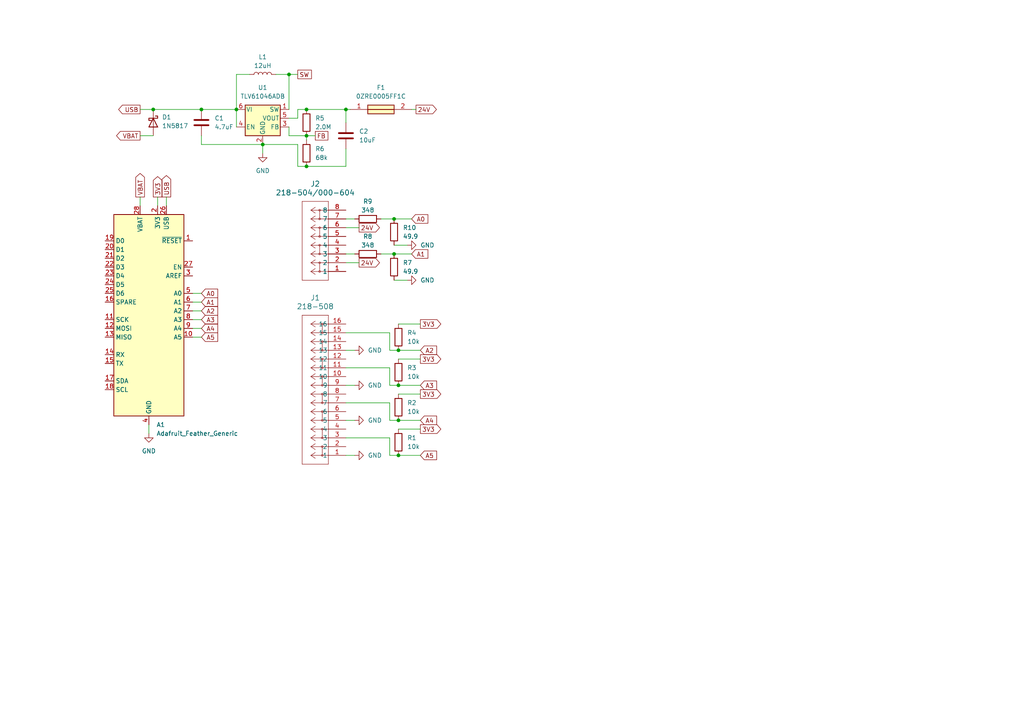
<source format=kicad_sch>
(kicad_sch (version 20230121) (generator eeschema)
  (paper "A4")
  (lib_symbols
    (symbol "0ZRE0005FF1C:0ZRE0005FF1C" (pin_names hide)
      (property "Reference" "F" (at 13.97 6.35 0))
      (property "Value" "0ZRE0005FF1C" (at 13.97 3.81 0))
      (symbol "0ZRE0005FF1C_1_1"
        (polyline (pts (xy 5.08 0) (xy 12.7 0)) (stroke (width 0.254)))
        (rectangle (start 5.08 1.27) (end 12.7 -1.27) (stroke (width 0.254)) (fill (type background)))
        (pin passive line (at 0 0 0) (length 5.08) (name "1") (number "1"))
        (pin passive line (at 17.78 0 180) (length 5.08) (name "2") (number "2"))
      )
    )
    (symbol "Device:C" (pin_numbers hide) (pin_names (offset 0.254))
      (property "Reference" "C" (at 0.635 2.54 0))
      (property "Value" "C" (at 0.635 -2.54 0))
      (symbol "C_0_1"
        (polyline (pts (xy -2.032 -0.762) (xy 2.032 -0.762)) (stroke (width 0.508)))
        (polyline (pts (xy -2.032 0.762) (xy 2.032 0.762)) (stroke (width 0.508)))
      )
      (symbol "C_1_1"
        (pin passive line (at 0 3.81 270) (length 2.794) (name "~") (number "1"))
        (pin passive line (at 0 -3.81 90) (length 2.794) (name "~") (number "2"))
      )
    )
    (symbol "Device:L" (pin_numbers hide) (pin_names (offset 1.016) hide)
      (property "Reference" "L" (at -1.27 0 90))
      (property "Value" "L" (at 1.905 0 90))
      (symbol "L_0_1"
        (arc (start 0 -2.54) (mid 0.6323 -1.905) (end 0 -1.27))
        (arc (start 0 -1.27) (mid 0.6323 -0.635) (end 0 0))
        (arc (start 0 0) (mid 0.6323 0.635) (end 0 1.27))
        (arc (start 0 1.27) (mid 0.6323 1.905) (end 0 2.54))
      )
      (symbol "L_1_1"
        (pin passive line (at 0 3.81 270) (length 1.27) (name "1") (number "1"))
        (pin passive line (at 0 -3.81 90) (length 1.27) (name "2") (number "2"))
      )
    )
    (symbol "Device:R" (pin_numbers hide) (pin_names (offset 0))
      (property "Reference" "R" (at 2.032 0 90))
      (property "Value" "R" (at 0 0 90))
      (symbol "R_0_1"
        (rectangle (start -1.016 -2.54) (end 1.016 2.54) (stroke (width 0.254)))
      )
      (symbol "R_1_1"
        (pin passive line (at 0 3.81 270) (length 1.27) (name "~") (number "1"))
        (pin passive line (at 0 -3.81 90) (length 1.27) (name "~") (number "2"))
      )
    )
    (symbol "Diode:1N5817" (pin_numbers hide) (pin_names (offset 1.016) hide)
      (property "Reference" "D" (at 0 2.54 0))
      (property "Value" "1N5817" (at 0 -2.54 0))
      (symbol "1N5817_0_1"
        (polyline (pts (xy 1.27 0) (xy -1.27 0)))
        (polyline (pts (xy 1.27 1.27) (xy 1.27 -1.27) (xy -1.27 0) (xy 1.27 1.27)) (stroke (width 0.254)))
        (polyline (pts (xy -1.905 0.635) (xy -1.905 1.27) (xy -1.27 1.27) (xy -1.27 -1.27) (xy -0.635 -1.27) (xy -0.635 -0.635)) (stroke (width 0.254)))
      )
      (symbol "1N5817_1_1"
        (pin passive line (at -3.81 0 0) (length 2.54) (name "K") (number "1"))
        (pin passive line (at 3.81 0 180) (length 2.54) (name "A") (number "2"))
      )
    )
    (symbol "MCU_Module:Adafruit_Feather_Generic"
      (property "Reference" "A" (at -10.16 29.21 0))
      (property "Value" "Adafruit_Feather_Generic" (at 2.54 -31.75 0))
      (symbol "Adafruit_Feather_Generic_0_1"
        (rectangle (start -10.16 27.94) (end 10.16 -30.48) (stroke (width 0.254)) (fill (type background)))
      )
      (symbol "Adafruit_Feather_Generic_1_1"
        (pin input line (at 12.7 20.32 180) (length 2.54) (name "~{RESET}") (number "1"))
        (pin bidirectional line (at 12.7 -7.62 180) (length 2.54) (name "A5") (number "10"))
        (pin bidirectional line (at -12.7 -2.54 0) (length 2.54) (name "SCK") (number "11"))
        (pin bidirectional line (at -12.7 -5.08 0) (length 2.54) (name "MOSI") (number "12"))
        (pin bidirectional line (at -12.7 -7.62 0) (length 2.54) (name "MISO") (number "13"))
        (pin bidirectional line (at -12.7 -12.7 0) (length 2.54) (name "RX") (number "14"))
        (pin bidirectional line (at -12.7 -15.24 0) (length 2.54) (name "TX") (number "15"))
        (pin bidirectional line (at -12.7 2.54 0) (length 2.54) (name "SPARE") (number "16"))
        (pin bidirectional line (at -12.7 -20.32 0) (length 2.54) (name "SDA") (number "17"))
        (pin bidirectional line (at -12.7 -22.86 0) (length 2.54) (name "SCL") (number "18"))
        (pin bidirectional line (at -12.7 20.32 0) (length 2.54) (name "D0") (number "19"))
        (pin power_in line (at 2.54 30.48 270) (length 2.54) (name "3V3") (number "2"))
        (pin bidirectional line (at -12.7 17.78 0) (length 2.54) (name "D1") (number "20"))
        (pin bidirectional line (at -12.7 15.24 0) (length 2.54) (name "D2") (number "21"))
        (pin bidirectional line (at -12.7 12.7 0) (length 2.54) (name "D3") (number "22"))
        (pin bidirectional line (at -12.7 10.16 0) (length 2.54) (name "D4") (number "23"))
        (pin bidirectional line (at -12.7 7.62 0) (length 2.54) (name "D5") (number "24"))
        (pin bidirectional line (at -12.7 5.08 0) (length 2.54) (name "D6") (number "25"))
        (pin power_in line (at 5.08 30.48 270) (length 2.54) (name "USB") (number "26"))
        (pin input line (at 12.7 12.7 180) (length 2.54) (name "EN") (number "27"))
        (pin power_in line (at -2.54 30.48 270) (length 2.54) (name "VBAT") (number "28"))
        (pin input line (at 12.7 10.16 180) (length 2.54) (name "AREF") (number "3"))
        (pin power_in line (at 0 -33.02 90) (length 2.54) (name "GND") (number "4"))
        (pin bidirectional line (at 12.7 5.08 180) (length 2.54) (name "A0") (number "5"))
        (pin bidirectional line (at 12.7 2.54 180) (length 2.54) (name "A1") (number "6"))
        (pin bidirectional line (at 12.7 0 180) (length 2.54) (name "A2") (number "7"))
        (pin bidirectional line (at 12.7 -2.54 180) (length 2.54) (name "A3") (number "8"))
        (pin bidirectional line (at 12.7 -5.08 180) (length 2.54) (name "A4") (number "9"))
      )
    )
    (symbol "Regulator_Switching:TLV61046ADB" (pin_names (offset 0.254))
      (property "Reference" "U" (at -5.08 7.62 0))
      (property "Value" "TLV61046ADB" (at 0 7.62 0))
      (symbol "TLV61046ADB_0_1"
        (rectangle (start -5.08 6.35) (end 5.08 -2.54) (stroke (width 0.254)) (fill (type background)))
      )
      (symbol "TLV61046ADB_1_1"
        (pin power_in line (at 7.62 5.08 180) (length 2.54) (name "SW") (number "1"))
        (pin power_in line (at 0 -5.08 90) (length 2.54) (name "GND") (number "2"))
        (pin input line (at 7.62 0 180) (length 2.54) (name "FB") (number "3"))
        (pin input line (at -7.62 0 0) (length 2.54) (name "EN") (number "4"))
        (pin power_out line (at 7.62 2.54 180) (length 2.54) (name "VOUT") (number "5"))
        (pin power_in line (at -7.62 5.08 0) (length 2.54) (name "VI") (number "6"))
      )
    )
    (symbol "power:GND" (power) (pin_names (offset 0))
      (property "Value" "GND" (at 0 -3.81 0))
      (symbol "GND_0_1"
        (polyline (pts (xy 0 0) (xy 0 -1.27) (xy 1.27 -1.27) (xy 0 -2.54) (xy -1.27 -1.27) (xy 0 -1.27)))
      )
      (symbol "GND_1_1"
        (pin power_in line (at 0 0 270) (length 0) hide (name "GND") (number "1"))
      )
    )
    (symbol "ul_218-504-000-604:218-504_000-604" (pin_names (offset 0.254))
      (property "Reference" "J" (at 8.89 6.35 0))
      (property "Value" "218-504/000-604" (at 0 0 0))
      (symbol "218-504_000-604_1_1"
        (polyline (pts (xy 5.08 -20.32) (xy 12.7 -20.32)) (stroke (width 0.127)))
        (polyline (pts (xy 5.08 2.54) (xy 5.08 -20.32)) (stroke (width 0.127)))
        (polyline (pts (xy 7.62 -15.494) (xy 7.62 -17.526)) (stroke (width 0.127)))
        (polyline (pts (xy 7.62 -10.414) (xy 7.62 -12.446)) (stroke (width 0.127)))
        (polyline (pts (xy 7.62 -5.334) (xy 7.62 -7.366)) (stroke (width 0.127)))
        (polyline (pts (xy 7.62 -0.254) (xy 7.62 -2.286)) (stroke (width 0.127)))
        (polyline (pts (xy 10.16 -17.78) (xy 5.08 -17.78)) (stroke (width 0.127)))
        (polyline (pts (xy 10.16 -17.78) (xy 8.89 -18.6267)) (stroke (width 0.127)))
        (polyline (pts (xy 10.16 -17.78) (xy 8.89 -16.9333)) (stroke (width 0.127)))
        (polyline (pts (xy 10.16 -15.24) (xy 5.08 -15.24)) (stroke (width 0.127)))
        (polyline (pts (xy 10.16 -15.24) (xy 8.89 -16.0867)) (stroke (width 0.127)))
        (polyline (pts (xy 10.16 -15.24) (xy 8.89 -14.3933)) (stroke (width 0.127)))
        (polyline (pts (xy 10.16 -12.7) (xy 5.08 -12.7)) (stroke (width 0.127)))
        (polyline (pts (xy 10.16 -12.7) (xy 8.89 -13.5467)) (stroke (width 0.127)))
        (polyline (pts (xy 10.16 -12.7) (xy 8.89 -11.8533)) (stroke (width 0.127)))
        (polyline (pts (xy 10.16 -10.16) (xy 5.08 -10.16)) (stroke (width 0.127)))
        (polyline (pts (xy 10.16 -10.16) (xy 8.89 -11.0067)) (stroke (width 0.127)))
        (polyline (pts (xy 10.16 -10.16) (xy 8.89 -9.3133)) (stroke (width 0.127)))
        (polyline (pts (xy 10.16 -7.62) (xy 5.08 -7.62)) (stroke (width 0.127)))
        (polyline (pts (xy 10.16 -7.62) (xy 8.89 -8.4667)) (stroke (width 0.127)))
        (polyline (pts (xy 10.16 -7.62) (xy 8.89 -6.7733)) (stroke (width 0.127)))
        (polyline (pts (xy 10.16 -5.08) (xy 5.08 -5.08)) (stroke (width 0.127)))
        (polyline (pts (xy 10.16 -5.08) (xy 8.89 -5.9267)) (stroke (width 0.127)))
        (polyline (pts (xy 10.16 -5.08) (xy 8.89 -4.2333)) (stroke (width 0.127)))
        (polyline (pts (xy 10.16 -2.54) (xy 5.08 -2.54)) (stroke (width 0.127)))
        (polyline (pts (xy 10.16 -2.54) (xy 8.89 -3.3867)) (stroke (width 0.127)))
        (polyline (pts (xy 10.16 -2.54) (xy 8.89 -1.6933)) (stroke (width 0.127)))
        (polyline (pts (xy 10.16 0) (xy 5.08 0)) (stroke (width 0.127)))
        (polyline (pts (xy 10.16 0) (xy 8.89 -0.8467)) (stroke (width 0.127)))
        (polyline (pts (xy 10.16 0) (xy 8.89 0.8467)) (stroke (width 0.127)))
        (polyline (pts (xy 12.7 -20.32) (xy 12.7 2.54)) (stroke (width 0.127)))
        (polyline (pts (xy 12.7 2.54) (xy 5.08 2.54)) (stroke (width 0.127)))
        (circle (center 7.62 -17.78) (radius 0.254) (stroke (width 0.127)))
        (circle (center 7.62 -15.24) (radius 0.254) (stroke (width 0.127)))
        (circle (center 7.62 -12.7) (radius 0.254) (stroke (width 0.127)))
        (circle (center 7.62 -10.16) (radius 0.254) (stroke (width 0.127)))
        (circle (center 7.62 -7.62) (radius 0.254) (stroke (width 0.127)))
        (circle (center 7.62 -5.08) (radius 0.254) (stroke (width 0.127)))
        (circle (center 7.62 -2.54) (radius 0.254) (stroke (width 0.127)))
        (circle (center 7.62 0) (radius 0.254) (stroke (width 0.127)))
        (pin unspecified line (at 0 0 0) (length 5.08) (name "1") (number "1"))
        (pin unspecified line (at 0 -2.54 0) (length 5.08) (name "2") (number "2"))
        (pin unspecified line (at 0 -5.08 0) (length 5.08) (name "3") (number "3"))
        (pin unspecified line (at 0 -7.62 0) (length 5.08) (name "4") (number "4"))
        (pin unspecified line (at 0 -10.16 0) (length 5.08) (name "5") (number "5"))
        (pin unspecified line (at 0 -12.7 0) (length 5.08) (name "6") (number "6"))
        (pin unspecified line (at 0 -15.24 0) (length 5.08) (name "7") (number "7"))
        (pin unspecified line (at 0 -17.78 0) (length 5.08) (name "8") (number "8"))
      )
    )
    (symbol "ul_218-508:218-508" (pin_names (offset 0.254))
      (property "Reference" "J" (at 8.89 6.35 0))
      (property "Value" "218-508" (at 0 0 0))
      (symbol "218-508_1_1"
        (polyline (pts (xy 5.08 -40.64) (xy 12.7 -40.64)) (stroke (width 0.127)))
        (polyline (pts (xy 5.08 2.54) (xy 5.08 -40.64)) (stroke (width 0.127)))
        (polyline (pts (xy 6.858 -35.814) (xy 6.858 -37.846)) (stroke (width 0.127)))
        (polyline (pts (xy 6.858 -30.734) (xy 6.858 -32.766)) (stroke (width 0.127)))
        (polyline (pts (xy 6.858 -25.654) (xy 6.858 -27.686)) (stroke (width 0.127)))
        (polyline (pts (xy 6.858 -20.574) (xy 6.858 -22.606)) (stroke (width 0.127)))
        (polyline (pts (xy 6.858 -15.494) (xy 6.858 -17.526)) (stroke (width 0.127)))
        (polyline (pts (xy 6.858 -10.414) (xy 6.858 -12.446)) (stroke (width 0.127)))
        (polyline (pts (xy 6.858 -5.334) (xy 6.858 -7.366)) (stroke (width 0.127)))
        (polyline (pts (xy 6.858 -0.254) (xy 6.858 -2.286)) (stroke (width 0.127)))
        (polyline (pts (xy 10.16 -38.1) (xy 5.08 -38.1)) (stroke (width 0.127)))
        (polyline (pts (xy 10.16 -38.1) (xy 8.89 -38.9467)) (stroke (width 0.127)))
        (polyline (pts (xy 10.16 -38.1) (xy 8.89 -37.2533)) (stroke (width 0.127)))
        (polyline (pts (xy 10.16 -35.56) (xy 5.08 -35.56)) (stroke (width 0.127)))
        (polyline (pts (xy 10.16 -35.56) (xy 8.89 -36.4067)) (stroke (width 0.127)))
        (polyline (pts (xy 10.16 -35.56) (xy 8.89 -34.7133)) (stroke (width 0.127)))
        (polyline (pts (xy 10.16 -33.02) (xy 5.08 -33.02)) (stroke (width 0.127)))
        (polyline (pts (xy 10.16 -33.02) (xy 8.89 -33.8667)) (stroke (width 0.127)))
        (polyline (pts (xy 10.16 -33.02) (xy 8.89 -32.1733)) (stroke (width 0.127)))
        (polyline (pts (xy 10.16 -30.48) (xy 5.08 -30.48)) (stroke (width 0.127)))
        (polyline (pts (xy 10.16 -30.48) (xy 8.89 -31.3267)) (stroke (width 0.127)))
        (polyline (pts (xy 10.16 -30.48) (xy 8.89 -29.6333)) (stroke (width 0.127)))
        (polyline (pts (xy 10.16 -27.94) (xy 5.08 -27.94)) (stroke (width 0.127)))
        (polyline (pts (xy 10.16 -27.94) (xy 8.89 -28.7867)) (stroke (width 0.127)))
        (polyline (pts (xy 10.16 -27.94) (xy 8.89 -27.0933)) (stroke (width 0.127)))
        (polyline (pts (xy 10.16 -25.4) (xy 5.08 -25.4)) (stroke (width 0.127)))
        (polyline (pts (xy 10.16 -25.4) (xy 8.89 -26.2467)) (stroke (width 0.127)))
        (polyline (pts (xy 10.16 -25.4) (xy 8.89 -24.5533)) (stroke (width 0.127)))
        (polyline (pts (xy 10.16 -22.86) (xy 5.08 -22.86)) (stroke (width 0.127)))
        (polyline (pts (xy 10.16 -22.86) (xy 8.89 -23.7067)) (stroke (width 0.127)))
        (polyline (pts (xy 10.16 -22.86) (xy 8.89 -22.0133)) (stroke (width 0.127)))
        (polyline (pts (xy 10.16 -20.32) (xy 5.08 -20.32)) (stroke (width 0.127)))
        (polyline (pts (xy 10.16 -20.32) (xy 8.89 -21.1667)) (stroke (width 0.127)))
        (polyline (pts (xy 10.16 -20.32) (xy 8.89 -19.4733)) (stroke (width 0.127)))
        (polyline (pts (xy 10.16 -17.78) (xy 5.08 -17.78)) (stroke (width 0.127)))
        (polyline (pts (xy 10.16 -17.78) (xy 8.89 -18.6267)) (stroke (width 0.127)))
        (polyline (pts (xy 10.16 -17.78) (xy 8.89 -16.9333)) (stroke (width 0.127)))
        (polyline (pts (xy 10.16 -15.24) (xy 5.08 -15.24)) (stroke (width 0.127)))
        (polyline (pts (xy 10.16 -15.24) (xy 8.89 -16.0867)) (stroke (width 0.127)))
        (polyline (pts (xy 10.16 -15.24) (xy 8.89 -14.3933)) (stroke (width 0.127)))
        (polyline (pts (xy 10.16 -12.7) (xy 5.08 -12.7)) (stroke (width 0.127)))
        (polyline (pts (xy 10.16 -12.7) (xy 8.89 -13.5467)) (stroke (width 0.127)))
        (polyline (pts (xy 10.16 -12.7) (xy 8.89 -11.8533)) (stroke (width 0.127)))
        (polyline (pts (xy 10.16 -10.16) (xy 5.08 -10.16)) (stroke (width 0.127)))
        (polyline (pts (xy 10.16 -10.16) (xy 8.89 -11.0067)) (stroke (width 0.127)))
        (polyline (pts (xy 10.16 -10.16) (xy 8.89 -9.3133)) (stroke (width 0.127)))
        (polyline (pts (xy 10.16 -7.62) (xy 5.08 -7.62)) (stroke (width 0.127)))
        (polyline (pts (xy 10.16 -7.62) (xy 8.89 -8.4667)) (stroke (width 0.127)))
        (polyline (pts (xy 10.16 -7.62) (xy 8.89 -6.7733)) (stroke (width 0.127)))
        (polyline (pts (xy 10.16 -5.08) (xy 5.08 -5.08)) (stroke (width 0.127)))
        (polyline (pts (xy 10.16 -5.08) (xy 8.89 -5.9267)) (stroke (width 0.127)))
        (polyline (pts (xy 10.16 -5.08) (xy 8.89 -4.2333)) (stroke (width 0.127)))
        (polyline (pts (xy 10.16 -2.54) (xy 5.08 -2.54)) (stroke (width 0.127)))
        (polyline (pts (xy 10.16 -2.54) (xy 8.89 -3.3867)) (stroke (width 0.127)))
        (polyline (pts (xy 10.16 -2.54) (xy 8.89 -1.6933)) (stroke (width 0.127)))
        (polyline (pts (xy 10.16 0) (xy 5.08 0)) (stroke (width 0.127)))
        (polyline (pts (xy 10.16 0) (xy 8.89 -0.8467)) (stroke (width 0.127)))
        (polyline (pts (xy 10.16 0) (xy 8.89 0.8467)) (stroke (width 0.127)))
        (polyline (pts (xy 12.7 -40.64) (xy 12.7 2.54)) (stroke (width 0.127)))
        (polyline (pts (xy 12.7 2.54) (xy 5.08 2.54)) (stroke (width 0.127)))
        (circle (center 6.858 -38.1) (radius 0.254) (stroke (width 0.127)))
        (circle (center 6.858 -35.56) (radius 0.254) (stroke (width 0.127)))
        (circle (center 6.858 -33.02) (radius 0.254) (stroke (width 0.127)))
        (circle (center 6.858 -30.48) (radius 0.254) (stroke (width 0.127)))
        (circle (center 6.858 -27.94) (radius 0.254) (stroke (width 0.127)))
        (circle (center 6.858 -25.4) (radius 0.254) (stroke (width 0.127)))
        (circle (center 6.858 -22.86) (radius 0.254) (stroke (width 0.127)))
        (circle (center 6.858 -20.32) (radius 0.254) (stroke (width 0.127)))
        (circle (center 6.858 -17.78) (radius 0.254) (stroke (width 0.127)))
        (circle (center 6.858 -15.24) (radius 0.254) (stroke (width 0.127)))
        (circle (center 6.858 -12.7) (radius 0.254) (stroke (width 0.127)))
        (circle (center 6.858 -10.16) (radius 0.254) (stroke (width 0.127)))
        (circle (center 6.858 -7.62) (radius 0.254) (stroke (width 0.127)))
        (circle (center 6.858 -5.08) (radius 0.254) (stroke (width 0.127)))
        (circle (center 6.858 -2.54) (radius 0.254) (stroke (width 0.127)))
        (circle (center 6.858 0) (radius 0.254) (stroke (width 0.127)))
        (pin unspecified line (at 0 0 0) (length 5.08) (name "1") (number "1"))
        (pin unspecified line (at 0 -22.86 0) (length 5.08) (name "10") (number "10"))
        (pin unspecified line (at 0 -25.4 0) (length 5.08) (name "11") (number "11"))
        (pin unspecified line (at 0 -27.94 0) (length 5.08) (name "12") (number "12"))
        (pin unspecified line (at 0 -30.48 0) (length 5.08) (name "13") (number "13"))
        (pin unspecified line (at 0 -33.02 0) (length 5.08) (name "14") (number "14"))
        (pin unspecified line (at 0 -35.56 0) (length 5.08) (name "15") (number "15"))
        (pin unspecified line (at 0 -38.1 0) (length 5.08) (name "16") (number "16"))
        (pin unspecified line (at 0 -2.54 0) (length 5.08) (name "2") (number "2"))
        (pin unspecified line (at 0 -5.08 0) (length 5.08) (name "3") (number "3"))
        (pin unspecified line (at 0 -7.62 0) (length 5.08) (name "4") (number "4"))
        (pin unspecified line (at 0 -10.16 0) (length 5.08) (name "5") (number "5"))
        (pin unspecified line (at 0 -12.7 0) (length 5.08) (name "6") (number "6"))
        (pin unspecified line (at 0 -15.24 0) (length 5.08) (name "7") (number "7"))
        (pin unspecified line (at 0 -17.78 0) (length 5.08) (name "8") (number "8"))
        (pin unspecified line (at 0 -20.32 0) (length 5.08) (name "9") (number "9"))
      )
    )
  )
  (junction (at 114.3 73.66))
  (junction (at 83.82 21.59))
  (junction (at 115.57 132.08))
  (junction (at 115.57 121.92))
  (junction (at 114.3 63.5))
  (junction (at 88.9 31.75))
  (junction (at 88.9 39.37))
  (junction (at 76.2 41.91))
  (junction (at 100.33 31.75))
  (junction (at 68.58 31.75))
  (junction (at 115.57 111.76))
  (junction (at 115.57 101.6))
  (junction (at 44.45 31.75))
  (junction (at 58.42 31.75))
  (junction (at 88.9 48.26))
  (wire (pts (xy 100.33 76.2) (xy 104.14 76.2)))
  (wire (pts (xy 88.9 31.75) (xy 100.33 31.75)))
  (wire (pts (xy 80.01 21.59) (xy 83.82 21.59)))
  (wire (pts (xy 88.9 39.37) (xy 88.9 40.64)))
  (wire (pts (xy 88.9 39.37) (xy 83.82 39.37)))
  (wire (pts (xy 113.03 111.76) (xy 113.03 106.68)))
  (wire (pts (xy 113.03 96.52) (xy 100.33 96.52)))
  (wire (pts (xy 100.33 101.6) (xy 102.87 101.6)))
  (wire (pts (xy 113.03 127) (xy 100.33 127)))
  (wire (pts (xy 115.57 121.92) (xy 113.03 121.92)))
  (wire (pts (xy 83.82 39.37) (xy 83.82 36.83)))
  (wire (pts (xy 40.64 57.15) (xy 40.64 59.69)))
  (wire (pts (xy 110.49 63.5) (xy 114.3 63.5)))
  (wire (pts (xy 83.82 34.29) (xy 86.36 34.29)))
  (wire (pts (xy 100.33 132.08) (xy 102.87 132.08)))
  (wire (pts (xy 115.57 101.6) (xy 121.92 101.6)))
  (wire (pts (xy 115.57 93.98) (xy 121.92 93.98)))
  (wire (pts (xy 40.64 31.75) (xy 44.45 31.75)))
  (wire (pts (xy 76.2 41.91) (xy 86.36 41.91)))
  (wire (pts (xy 86.36 41.91) (xy 86.36 48.26)))
  (wire (pts (xy 100.33 31.75) (xy 100.33 35.56)))
  (wire (pts (xy 68.58 21.59) (xy 68.58 31.75)))
  (wire (pts (xy 58.42 39.37) (xy 58.42 41.91)))
  (wire (pts (xy 100.33 111.76) (xy 102.87 111.76)))
  (wire (pts (xy 43.18 123.19) (xy 43.18 125.73)))
  (wire (pts (xy 40.64 39.37) (xy 44.45 39.37)))
  (wire (pts (xy 58.42 41.91) (xy 76.2 41.91)))
  (wire (pts (xy 115.57 104.14) (xy 121.92 104.14)))
  (wire (pts (xy 100.33 43.18) (xy 100.33 48.26)))
  (wire (pts (xy 113.03 116.84) (xy 100.33 116.84)))
  (wire (pts (xy 100.33 31.75) (xy 101.6 31.75)))
  (wire (pts (xy 45.72 57.15) (xy 45.72 59.69)))
  (wire (pts (xy 55.88 95.25) (xy 58.42 95.25)))
  (wire (pts (xy 114.3 63.5) (xy 119.38 63.5)))
  (wire (pts (xy 114.3 81.28) (xy 118.11 81.28)))
  (wire (pts (xy 86.36 48.26) (xy 88.9 48.26)))
  (wire (pts (xy 48.26 57.15) (xy 48.26 59.69)))
  (wire (pts (xy 55.88 90.17) (xy 58.42 90.17)))
  (wire (pts (xy 100.33 66.04) (xy 104.14 66.04)))
  (wire (pts (xy 44.45 31.75) (xy 58.42 31.75)))
  (wire (pts (xy 115.57 132.08) (xy 113.03 132.08)))
  (wire (pts (xy 115.57 114.3) (xy 121.92 114.3)))
  (wire (pts (xy 100.33 121.92) (xy 102.87 121.92)))
  (wire (pts (xy 115.57 121.92) (xy 121.92 121.92)))
  (wire (pts (xy 55.88 87.63) (xy 58.42 87.63)))
  (wire (pts (xy 88.9 48.26) (xy 100.33 48.26)))
  (wire (pts (xy 72.39 21.59) (xy 68.58 21.59)))
  (wire (pts (xy 83.82 21.59) (xy 86.36 21.59)))
  (wire (pts (xy 100.33 73.66) (xy 102.87 73.66)))
  (wire (pts (xy 113.03 132.08) (xy 113.03 127)))
  (wire (pts (xy 83.82 21.59) (xy 83.82 31.75)))
  (wire (pts (xy 86.36 31.75) (xy 88.9 31.75)))
  (wire (pts (xy 110.49 73.66) (xy 114.3 73.66)))
  (wire (pts (xy 115.57 124.46) (xy 121.92 124.46)))
  (wire (pts (xy 76.2 41.91) (xy 76.2 44.45)))
  (wire (pts (xy 113.03 106.68) (xy 100.33 106.68)))
  (wire (pts (xy 115.57 111.76) (xy 121.92 111.76)))
  (wire (pts (xy 113.03 101.6) (xy 113.03 96.52)))
  (wire (pts (xy 113.03 121.92) (xy 113.03 116.84)))
  (wire (pts (xy 115.57 132.08) (xy 121.92 132.08)))
  (wire (pts (xy 88.9 39.37) (xy 91.44 39.37)))
  (wire (pts (xy 114.3 73.66) (xy 119.38 73.66)))
  (wire (pts (xy 86.36 34.29) (xy 86.36 31.75)))
  (wire (pts (xy 55.88 92.71) (xy 58.42 92.71)))
  (wire (pts (xy 119.38 31.75) (xy 120.65 31.75)))
  (wire (pts (xy 55.88 85.09) (xy 58.42 85.09)))
  (wire (pts (xy 115.57 101.6) (xy 113.03 101.6)))
  (wire (pts (xy 58.42 31.75) (xy 68.58 31.75)))
  (wire (pts (xy 55.88 97.79) (xy 58.42 97.79)))
  (wire (pts (xy 114.3 71.12) (xy 118.11 71.12)))
  (wire (pts (xy 100.33 63.5) (xy 102.87 63.5)))
  (wire (pts (xy 68.58 31.75) (xy 68.58 36.83)))
  (wire (pts (xy 115.57 111.76) (xy 113.03 111.76)))
  (global_label "A1" (shape input) (at 119.38 73.66 0) (property "Intersheetrefs" "${INTERSHEET_REFS}" (effects hide)))
  (global_label "A4" (shape input) (at 58.42 95.25 0) (property "Intersheetrefs" "${INTERSHEET_REFS}" (effects hide)))
  (global_label "A5" (shape input) (at 121.92 132.08 0) (property "Intersheetrefs" "${INTERSHEET_REFS}" (effects hide)))
  (global_label "3V3" (shape output) (at 121.92 104.14 0) (property "Intersheetrefs" "${INTERSHEET_REFS}" (effects hide)))
  (global_label "A1" (shape input) (at 58.42 87.63 0) (property "Intersheetrefs" "${INTERSHEET_REFS}" (effects hide)))
  (global_label "A2" (shape input) (at 121.92 101.6 0) (property "Intersheetrefs" "${INTERSHEET_REFS}" (effects hide)))
  (global_label "VBAT" (shape output) (at 40.64 39.37 180) (property "Intersheetrefs" "${INTERSHEET_REFS}" (effects hide)))
  (global_label "3V3" (shape output) (at 121.92 93.98 0) (property "Intersheetrefs" "${INTERSHEET_REFS}" (effects hide)))
  (global_label "24V" (shape output) (at 104.14 66.04 0) (property "Intersheetrefs" "${INTERSHEET_REFS}" (effects hide)))
  (global_label "A0" (shape input) (at 58.42 85.09 0) (property "Intersheetrefs" "${INTERSHEET_REFS}" (effects hide)))
  (global_label "A4" (shape input) (at 121.92 121.92 0) (property "Intersheetrefs" "${INTERSHEET_REFS}" (effects hide)))
  (global_label "USB" (shape output) (at 48.26 57.15 90) (property "Intersheetrefs" "${INTERSHEET_REFS}" (effects hide)))
  (global_label "A0" (shape input) (at 119.38 63.5 0) (property "Intersheetrefs" "${INTERSHEET_REFS}" (effects hide)))
  (global_label "A2" (shape input) (at 58.42 90.17 0) (property "Intersheetrefs" "${INTERSHEET_REFS}" (effects hide)))
  (global_label "VBAT" (shape output) (at 40.64 57.15 90) (property "Intersheetrefs" "${INTERSHEET_REFS}" (effects hide)))
  (global_label "24V" (shape output) (at 104.14 76.2 0) (property "Intersheetrefs" "${INTERSHEET_REFS}" (effects hide)))
  (global_label "FB" (shape passive) (at 91.44 39.37 0) (property "Intersheetrefs" "${INTERSHEET_REFS}" (effects hide)))
  (global_label "A5" (shape input) (at 58.42 97.79 0) (property "Intersheetrefs" "${INTERSHEET_REFS}" (effects hide)))
  (global_label "3V3" (shape output) (at 121.92 114.3 0) (property "Intersheetrefs" "${INTERSHEET_REFS}" (effects hide)))
  (global_label "USB" (shape output) (at 40.64 31.75 180) (property "Intersheetrefs" "${INTERSHEET_REFS}" (effects hide)))
  (global_label "3V3" (shape output) (at 45.72 57.15 90) (property "Intersheetrefs" "${INTERSHEET_REFS}" (effects hide)))
  (global_label "3V3" (shape output) (at 121.92 124.46 0) (property "Intersheetrefs" "${INTERSHEET_REFS}" (effects hide)))
  (global_label "A3" (shape input) (at 121.92 111.76 0) (property "Intersheetrefs" "${INTERSHEET_REFS}" (effects hide)))
  (global_label "A3" (shape input) (at 58.42 92.71 0) (property "Intersheetrefs" "${INTERSHEET_REFS}" (effects hide)))
  (global_label "24V" (shape output) (at 120.65 31.75 0) (property "Intersheetrefs" "${INTERSHEET_REFS}" (effects hide)))
  (global_label "SW" (shape passive) (at 86.36 21.59 0) (property "Intersheetrefs" "${INTERSHEET_REFS}" (effects hide)))
  (symbol (lib_id "power:GND") (at 118.11 71.12 90) (unit 1)
    (property "Reference" "#PWR08" (effects hide))
    (property "Value" "GND" (at 121.92 71.12 90) (effects (justify right)))
  )
  (symbol (lib_id "Device:R") (at 88.9 44.45 0) (unit 1)
    (property "Reference" "R6" (at 91.44 43.18 0) (effects (justify left)))
    (property "Value" "68k" (at 91.44 45.72 0) (effects (justify left)))
    (property "Footprint" "Resistor_THT:R_Axial_DIN0204_L3.6mm_D1.6mm_P5.08mm_Horizontal" (effects hide))
    (property "Link" "https://www.mouser.com/ProductDetail/Vishay-Beyschlag/MBA02040C6802FCT00?qs=ukEjfVZLQqfabHnh9afIwg%3D%3D" (effects hide))
    (property "Part No" "MBA02040C6802FCT00" (effects hide))
    (property "Manufacturer_Name" "Vishay" (effects hide))
  )
  (symbol (lib_id "Device:R") (at 115.57 97.79 0) (unit 1)
    (property "Reference" "R4" (at 118.11 96.52 0) (effects (justify left)))
    (property "Value" "10k" (at 118.11 99.06 0) (effects (justify left)))
    (property "Footprint" "Resistor_THT:R_Axial_DIN0204_L3.6mm_D1.6mm_P5.08mm_Horizontal" (effects hide))
    (property "Link" "https://www.mouser.com/ProductDetail/Vishay-Beyschlag/MBA02040C1002FRP00?qs=LkqrmUh5PIK5PYXcHU8U2A%3D%3D" (effects hide))
    (property "Part No" "MBA02040C1002FRP00" (effects hide))
    (property "Manufacturer_Name" "Vishay" (effects hide))
  )
  (symbol (lib_id "Device:R") (at 106.68 73.66 90) (unit 1)
    (property "Reference" "R8" (at 106.68 68.58 90))
    (property "Value" "348" (at 106.68 71.12 90))
    (property "Footprint" "Resistor_THT:R_Axial_DIN0204_L3.6mm_D1.6mm_P5.08mm_Horizontal" (effects hide))
    (property "Link" "https://www.mouser.com/ProductDetail/Vishay-Beyschlag/MBA02040C3480FRP00?qs=ZELcmBmapfwHzBPENFSfZA%3D%3D" (effects hide))
    (property "Part No" "MBA02040C3480FRP00" (effects hide))
    (property "Manufacturer_Name" "Vishay" (effects hide))
  )
  (symbol (lib_id "Regulator_Switching:TLV61046ADB") (at 76.2 36.83 0) (unit 1)
    (property "Reference" "U1" (at 76.2 25.4 0))
    (property "Value" "TLV61046ADB" (at 76.2 27.94 0))
    (property "Footprint" "Package_TO_SOT_SMD:SOT-23-6" (effects hide))
    (property "Datasheet" "http://www.ti.com/lit/ds/symlink/tlv61046a.pdf" (effects hide))
    (property "Link" "https://www.mouser.com/ProductDetail/Texas-Instruments/TLV61046ADBVR?qs=5aG0NVq1C4xWWIjQ%252BcBpXg%3D%3D" (effects hide))
    (property "Part No" "TLV61046ADBVR" (effects hide))
    (property "Manufacturer_Name" "Texas Instruments" (effects hide))
  )
  (symbol (lib_id "power:GND") (at 43.18 125.73 0) (unit 1)
    (property "Reference" "#PWR01" (effects hide))
    (property "Value" "GND" (at 43.18 130.81 0))
  )
  (symbol (lib_id "power:GND") (at 118.11 81.28 90) (unit 1)
    (property "Reference" "#PWR07" (effects hide))
    (property "Value" "GND" (at 121.92 81.28 90) (effects (justify right)))
  )
  (symbol (lib_id "Device:R") (at 114.3 67.31 0) (unit 1)
    (property "Reference" "R10" (at 116.84 66.04 0) (effects (justify left)))
    (property "Value" "49.9" (at 116.84 68.58 0) (effects (justify left)))
    (property "Footprint" "Resistor_THT:R_Axial_DIN0204_L3.6mm_D1.6mm_P5.08mm_Horizontal" (effects hide))
    (property "Link" "https://www.mouser.com/ProductDetail/Vishay-BC-Components/MBA02040C4999FC100?qs=ukEjfVZLQqd5JgaH1RiZhw%3D%3D" (effects hide))
    (property "Part No" "MBA02040C4999FC100" (effects hide))
    (property "Manufacturer_Name" "Vishay" (effects hide))
  )
  (symbol (lib_id "power:GND") (at 102.87 101.6 90) (unit 1)
    (property "Reference" "#PWR05" (effects hide))
    (property "Value" "GND" (at 106.68 101.6 90) (effects (justify right)))
  )
  (symbol (lib_id "power:GND") (at 76.2 44.45 0) (unit 1)
    (property "Reference" "#PWR06" (effects hide))
    (property "Value" "GND" (at 76.2 49.53 0))
  )
  (symbol (lib_id "Device:C") (at 58.42 35.56 0) (unit 1)
    (property "Reference" "C1" (at 62.23 34.29 0) (effects (justify left)))
    (property "Value" "4.7uF" (at 62.23 36.83 0) (effects (justify left)))
    (property "Footprint" "Capacitor_THT:C_Radial_D5.0mm_H11.0mm_P2.00mm" (effects hide))
    (property "Link" "https://www.mouser.com/ProductDetail/Vishay-BC-Components/MAL214278478E3?qs=Ep9Lwju7gVrhKHagGpmNkw%3D%3D" (effects hide))
    (property "Part No" "MAL214278478E3" (effects hide))
    (property "Manufacturer_Name" "Vishay" (effects hide))
  )
  (symbol (lib_id "Device:C") (at 100.33 39.37 0) (unit 1)
    (property "Reference" "C2" (at 104.14 38.1 0) (effects (justify left)))
    (property "Value" "10uF" (at 104.14 40.64 0) (effects (justify left)))
    (property "Footprint" "Capacitor_THT:C_Radial_D5.0mm_H11.0mm_P2.00mm" (effects hide))
    (property "Link" "https://www.mouser.com/ProductDetail/Vishay-BC-Components/MAL214258109E3?qs=sGAEpiMZZMsh%252B1woXyUXjyn2W4gzz8tHHcbk%2FB%252BLgYk%3D" (effects hide))
    (property "Part No" "MAL214258109E3" (effects hide))
    (property "Manufacturer_Name" "Vishay" (effects hide))
  )
  (symbol (lib_id "0ZRE0005FF1C:0ZRE0005FF1C") (at 101.6 31.75 0) (unit 1)
    (property "Reference" "F1" (at 110.49 25.4 0))
    (property "Value" "0ZRE0005FF1C" (at 110.49 27.94 0))
    (property "Footprint" "0ZRE0005FF1C:0ZRE0005FF1C" (effects hide))
    (property "Datasheet" "https://www.arrow.com/en/products/0zre0005ff1c/bel-group" (effects hide))
    (property "Height" "10.7" (effects hide))
    (property "Manufacturer_Name" "Bel Circuit Protection" (effects hide))
    (property "Manufacturer_Part_Number" "0ZRE0005FF1C" (effects hide))
    (property "Link" "https://www.mouser.com/ProductDetail/Bel-Fuse/0ZRE0005FF1C?qs=MvPYbBWWJytQ%2FOhBwSE86A%3D%3D" (effects hide))
    (property "Part No" "0ZRE0005FF1C" (effects hide))
  )
  (symbol (lib_id "power:GND") (at 102.87 121.92 90) (unit 1)
    (property "Reference" "#PWR03" (effects hide))
    (property "Value" "GND" (at 106.68 121.92 90) (effects (justify right)))
  )
  (symbol (lib_id "Device:R") (at 115.57 118.11 0) (unit 1)
    (property "Reference" "R2" (at 118.11 116.84 0) (effects (justify left)))
    (property "Value" "10k" (at 118.11 119.38 0) (effects (justify left)))
    (property "Footprint" "Resistor_THT:R_Axial_DIN0204_L3.6mm_D1.6mm_P5.08mm_Horizontal" (effects hide))
    (property "Link" "https://www.mouser.com/ProductDetail/Vishay-Beyschlag/MBA02040C1002FRP00?qs=LkqrmUh5PIK5PYXcHU8U2A%3D%3D" (effects hide))
    (property "Part No" "MBA02040C1002FRP00" (effects hide))
    (property "Manufacturer_Name" "Vishay" (effects hide))
  )
  (symbol (lib_id "ul_218-508:218-508") (at 100.33 132.08 180) (unit 1)
    (property "Reference" "J1" (at 91.44 86.36 0) (effects (font (size 1.524 1.524))))
    (property "Value" "218-508" (at 91.44 88.9 0) (effects (font (size 1.524 1.524))))
    (property "Footprint" "ul_218-508_footprint:ul_218-508" (effects hide))
    (property "Link" "https://carolinamotioncontrols.com/buy/wago/218-508/" (effects hide))
    (property "Part No" "218-508" (effects hide))
    (property "Manufacturer_Name" "Wago" (effects hide))
  )
  (symbol (lib_id "MCU_Module:Adafruit_Feather_Generic") (at 43.18 90.17 0) (unit 1)
    (property "Reference" "A1" (at 45.3741 123.19 0) (effects (justify left)))
    (property "Value" "Adafruit_Feather_Generic" (at 45.3741 125.73 0) (effects (justify left)))
    (property "Footprint" "Module:Adafruit_Feather" (effects hide))
    (property "Datasheet" "https://cdn-learn.adafruit.com/downloads/pdf/adafruit-feather.pdf" (effects hide))
    (property "Manufacturer_Name" "Adafruit" (effects hide))
  )
  (symbol (lib_id "Diode:1N5817") (at 44.45 35.56 270) (unit 1)
    (property "Reference" "D1" (at 46.99 33.9725 90) (effects (justify left)))
    (property "Value" "1N5817" (at 46.99 36.5125 90) (effects (justify left)))
    (property "Footprint" "Diode_THT:D_DO-41_SOD81_P7.62mm_Horizontal" (effects hide))
    (property "Datasheet" "http://www.vishay.com/docs/88525/1n5817.pdf" (effects hide))
    (property "Link" "https://www.mouser.com/ProductDetail/Vishay-General-Semiconductor/1N5817-E3-54?qs=7w0fSgRKp91XBC3hZ6oJHw%3D%3D" (effects hide))
    (property "Part No" "1N5817-E3/54" (effects hide))
    (property "Manufacturer_Name" "Vishay" (effects hide))
  )
  (symbol (lib_id "power:GND") (at 102.87 111.76 90) (unit 1)
    (property "Reference" "#PWR04" (effects hide))
    (property "Value" "GND" (at 106.68 111.76 90) (effects (justify right)))
  )
  (symbol (lib_id "Device:L") (at 76.2 21.59 90) (unit 1)
    (property "Reference" "L1" (at 76.2 16.51 90))
    (property "Value" "12uH" (at 76.2 19.05 90))
    (property "Footprint" "Inductor_THT:L_Radial_D7.0mm_P3.00mm" (effects hide))
    (property "Link" "https://www.mouser.com/ProductDetail/Bourns/RLB0712-120KL?qs=sGAEpiMZZMv126LJFLh8y2HrRZq7xUiPI5J5IxJ%2FJEE%3D" (effects hide))
    (property "Part No" "RLB0712-120KL" (effects hide))
    (property "Manufacturer_Name" "Bourns" (effects hide))
  )
  (symbol (lib_id "Device:R") (at 114.3 77.47 0) (unit 1)
    (property "Reference" "R7" (at 116.84 76.2 0) (effects (justify left)))
    (property "Value" "49.9" (at 116.84 78.74 0) (effects (justify left)))
    (property "Footprint" "Resistor_THT:R_Axial_DIN0204_L3.6mm_D1.6mm_P5.08mm_Horizontal" (effects hide))
    (property "Link" "https://www.mouser.com/ProductDetail/Vishay-BC-Components/MBA02040C4999FC100?qs=ukEjfVZLQqd5JgaH1RiZhw%3D%3D" (effects hide))
    (property "Part No" "MBA02040C4999FC100" (effects hide))
    (property "Manufacturer_Name" "Vishay" (effects hide))
  )
  (symbol (lib_id "ul_218-504-000-604:218-504_000-604") (at 100.33 78.74 180) (unit 1)
    (property "Reference" "J2" (at 91.44 53.34 0) (effects (font (size 1.524 1.524))))
    (property "Value" "218-504/000-604" (at 91.44 55.88 0) (effects (font (size 1.524 1.524))))
    (property "Footprint" "ul_218-504-000-604_footprint:ul_218-504-000-604" (effects hide))
    (property "Link" "https://carolinamotioncontrols.com/buy/wago/218-504-000-604/" (effects hide))
    (property "Part No" "218-504/000-604" (effects hide))
    (property "Manufacturer_Name" "Wago" (effects hide))
  )
  (symbol (lib_id "Device:R") (at 115.57 128.27 0) (unit 1)
    (property "Reference" "R1" (at 118.11 127 0) (effects (justify left)))
    (property "Value" "10k" (at 118.11 129.54 0) (effects (justify left)))
    (property "Footprint" "Resistor_THT:R_Axial_DIN0204_L3.6mm_D1.6mm_P5.08mm_Horizontal" (effects hide))
    (property "Link" "https://www.mouser.com/ProductDetail/Vishay-Beyschlag/MBA02040C1002FRP00?qs=LkqrmUh5PIK5PYXcHU8U2A%3D%3D" (effects hide))
    (property "Part No" "MBA02040C1002FRP00" (effects hide))
    (property "Manufacturer_Name" "Vishay" (effects hide))
  )
  (symbol (lib_id "Device:R") (at 106.68 63.5 90) (unit 1)
    (property "Reference" "R9" (at 106.68 58.42 90))
    (property "Value" "348" (at 106.68 60.96 90))
    (property "Footprint" "Resistor_THT:R_Axial_DIN0204_L3.6mm_D1.6mm_P5.08mm_Horizontal" (effects hide))
    (property "Link" "https://www.mouser.com/ProductDetail/Vishay-Beyschlag/MBA02040C3480FRP00?qs=ZELcmBmapfwHzBPENFSfZA%3D%3D" (effects hide))
    (property "Part No" "MBA02040C3480FRP00" (effects hide))
    (property "Manufacturer_Name" "Vishay" (effects hide))
  )
  (symbol (lib_id "Device:R") (at 115.57 107.95 0) (unit 1)
    (property "Reference" "R3" (at 118.11 106.68 0) (effects (justify left)))
    (property "Value" "10k" (at 118.11 109.22 0) (effects (justify left)))
    (property "Footprint" "Resistor_THT:R_Axial_DIN0204_L3.6mm_D1.6mm_P5.08mm_Horizontal" (effects hide))
    (property "Link" "https://www.mouser.com/ProductDetail/Vishay-Beyschlag/MBA02040C1002FRP00?qs=LkqrmUh5PIK5PYXcHU8U2A%3D%3D" (effects hide))
    (property "Part No" "MBA02040C1002FRP00" (effects hide))
    (property "Manufacturer_Name" "Vishay" (effects hide))
  )
  (symbol (lib_id "power:GND") (at 102.87 132.08 90) (unit 1)
    (property "Reference" "#PWR02" (effects hide))
    (property "Value" "GND" (at 106.68 132.08 90) (effects (justify right)))
  )
  (symbol (lib_id "Device:R") (at 88.9 35.56 0) (unit 1)
    (property "Reference" "R5" (at 91.44 34.29 0) (effects (justify left)))
    (property "Value" "2.0M" (at 91.44 36.83 0) (effects (justify left)))
    (property "Footprint" "Resistor_THT:R_Axial_DIN0204_L3.6mm_D1.6mm_P5.08mm_Horizontal" (effects hide))
    (property "Link" "https://www.mouser.com/ProductDetail/Vishay-Beyschlag/MBA02040C2004FRP00?qs=Q%252BviyuKCy%2FzuCm2MQUo1lQ%3D%3D" (effects hide))
    (property "Part No" "MBA02040C2004FRP00" (effects hide))
    (property "Manufacturer_Name" "Vishay" (effects hide))
  )
)
</source>
